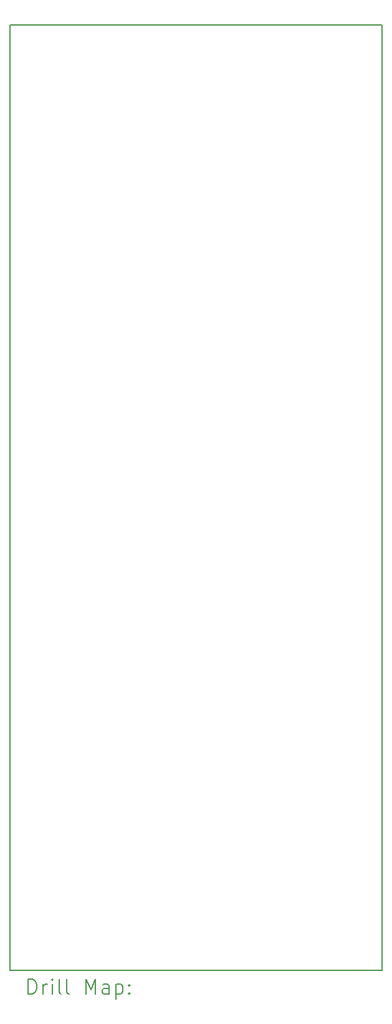
<source format=gbr>
%FSLAX45Y45*%
G04 Gerber Fmt 4.5, Leading zero omitted, Abs format (unit mm)*
G04 Created by KiCad (PCBNEW (6.0.0-0)) date 2022-09-18 02:58:43*
%MOMM*%
%LPD*%
G01*
G04 APERTURE LIST*
%TA.AperFunction,Profile*%
%ADD10C,0.200000*%
%TD*%
%ADD11C,0.200000*%
G04 APERTURE END LIST*
D10*
X13995400Y-25016000D02*
X19045400Y-25016000D01*
X19045400Y-25016000D02*
X19045400Y-37846000D01*
X19045400Y-37846000D02*
X13995400Y-37846000D01*
X13995400Y-37846000D02*
X13995400Y-25016000D01*
D11*
X14243019Y-38166476D02*
X14243019Y-37966476D01*
X14290638Y-37966476D01*
X14319209Y-37976000D01*
X14338257Y-37995048D01*
X14347781Y-38014095D01*
X14357305Y-38052190D01*
X14357305Y-38080762D01*
X14347781Y-38118857D01*
X14338257Y-38137905D01*
X14319209Y-38156952D01*
X14290638Y-38166476D01*
X14243019Y-38166476D01*
X14443019Y-38166476D02*
X14443019Y-38033143D01*
X14443019Y-38071238D02*
X14452543Y-38052190D01*
X14462067Y-38042667D01*
X14481114Y-38033143D01*
X14500162Y-38033143D01*
X14566828Y-38166476D02*
X14566828Y-38033143D01*
X14566828Y-37966476D02*
X14557305Y-37976000D01*
X14566828Y-37985524D01*
X14576352Y-37976000D01*
X14566828Y-37966476D01*
X14566828Y-37985524D01*
X14690638Y-38166476D02*
X14671590Y-38156952D01*
X14662067Y-38137905D01*
X14662067Y-37966476D01*
X14795400Y-38166476D02*
X14776352Y-38156952D01*
X14766828Y-38137905D01*
X14766828Y-37966476D01*
X15023971Y-38166476D02*
X15023971Y-37966476D01*
X15090638Y-38109333D01*
X15157305Y-37966476D01*
X15157305Y-38166476D01*
X15338257Y-38166476D02*
X15338257Y-38061714D01*
X15328733Y-38042667D01*
X15309686Y-38033143D01*
X15271590Y-38033143D01*
X15252543Y-38042667D01*
X15338257Y-38156952D02*
X15319209Y-38166476D01*
X15271590Y-38166476D01*
X15252543Y-38156952D01*
X15243019Y-38137905D01*
X15243019Y-38118857D01*
X15252543Y-38099810D01*
X15271590Y-38090286D01*
X15319209Y-38090286D01*
X15338257Y-38080762D01*
X15433495Y-38033143D02*
X15433495Y-38233143D01*
X15433495Y-38042667D02*
X15452543Y-38033143D01*
X15490638Y-38033143D01*
X15509686Y-38042667D01*
X15519209Y-38052190D01*
X15528733Y-38071238D01*
X15528733Y-38128381D01*
X15519209Y-38147429D01*
X15509686Y-38156952D01*
X15490638Y-38166476D01*
X15452543Y-38166476D01*
X15433495Y-38156952D01*
X15614448Y-38147429D02*
X15623971Y-38156952D01*
X15614448Y-38166476D01*
X15604924Y-38156952D01*
X15614448Y-38147429D01*
X15614448Y-38166476D01*
X15614448Y-38042667D02*
X15623971Y-38052190D01*
X15614448Y-38061714D01*
X15604924Y-38052190D01*
X15614448Y-38042667D01*
X15614448Y-38061714D01*
M02*

</source>
